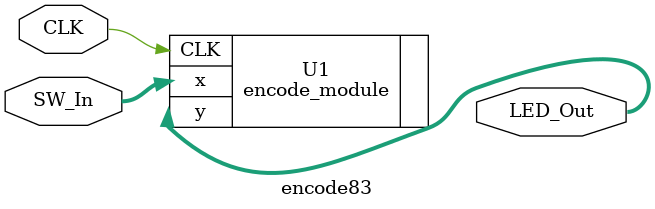
<source format=v>
module encode83(CLK, SW_In, LED_Out);

	input CLK;
	input [7:0]SW_In;
	output [7:0]LED_Out;
	
	encode_module U1
	(
		.CLK(CLK),
		.x(SW_In),
		.y(LED_Out)
	);
	
endmodule

</source>
